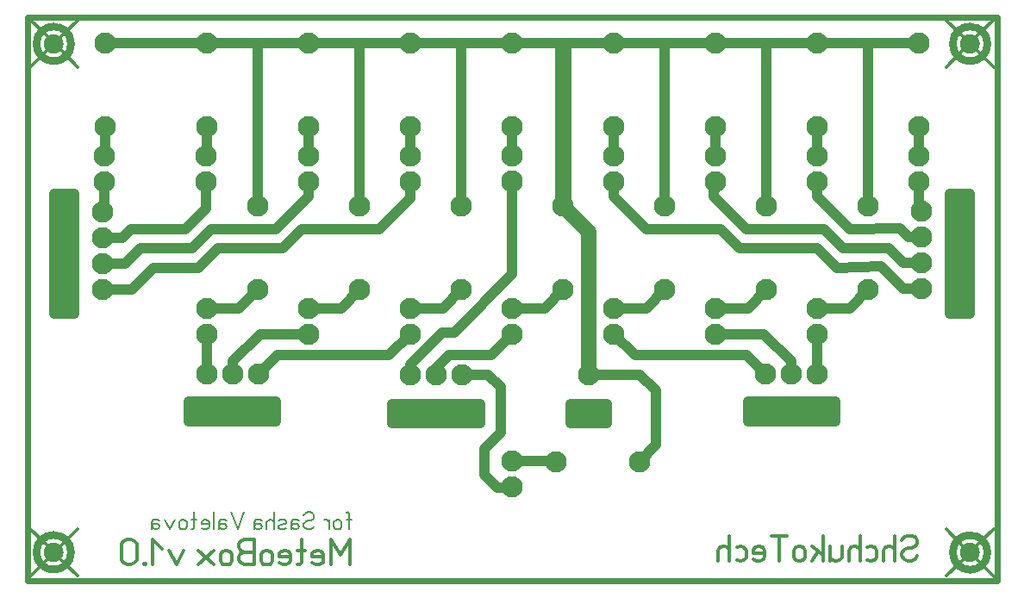
<source format=gbr>
%FSLAX34Y34*%
%MOMM*%
%LNCOPPER_BOTTOM*%
G71*
G01*
%ADD10C, 2.100*%
%ADD11C, 1.000*%
%ADD12C, 1.600*%
%ADD13C, 1.600*%
%ADD14C, 1.500*%
%ADD15C, 0.311*%
%ADD16C, 0.211*%
%ADD17C, 2.100*%
%ADD18C, 0.800*%
%ADD19C, 0.300*%
%ADD20C, 1.900*%
%ADD21C, 0.600*%
%ADD22C, 2.300*%
%LPD*%
X497478Y-153525D02*
G54D10*
D03*
X497478Y-178925D02*
G54D10*
D03*
X597478Y-153525D02*
G54D10*
D03*
X597478Y-178925D02*
G54D10*
D03*
X697478Y-153525D02*
G54D10*
D03*
X697478Y-178925D02*
G54D10*
D03*
X797478Y-153525D02*
G54D10*
D03*
X797478Y-178925D02*
G54D10*
D03*
X897478Y-153525D02*
G54D10*
D03*
X897478Y-178925D02*
G54D10*
D03*
X97628Y-153350D02*
G54D10*
D03*
X97628Y-178750D02*
G54D10*
D03*
X197628Y-153350D02*
G54D10*
D03*
X197628Y-178750D02*
G54D10*
D03*
X297628Y-153350D02*
G54D10*
D03*
X297628Y-178750D02*
G54D10*
D03*
X397628Y-153350D02*
G54D10*
D03*
X397628Y-178750D02*
G54D10*
D03*
X497628Y-153350D02*
G54D10*
D03*
X497628Y-178750D02*
G54D10*
D03*
X497778Y-303175D02*
G54D10*
D03*
X497778Y-328575D02*
G54D10*
D03*
X597778Y-303175D02*
G54D10*
D03*
X597778Y-328575D02*
G54D10*
D03*
X697778Y-303175D02*
G54D10*
D03*
X697778Y-328575D02*
G54D10*
D03*
X797778Y-303175D02*
G54D10*
D03*
X797778Y-328575D02*
G54D10*
D03*
X197778Y-303175D02*
G54D10*
D03*
X197778Y-328575D02*
G54D10*
D03*
X297778Y-303175D02*
G54D10*
D03*
X297778Y-328575D02*
G54D10*
D03*
X397778Y-303175D02*
G54D10*
D03*
X397778Y-328575D02*
G54D10*
D03*
X497778Y-303175D02*
G54D10*
D03*
X497778Y-328575D02*
G54D10*
D03*
X497778Y-153175D02*
G54D10*
D03*
X497778Y-178575D02*
G54D10*
D03*
X497778Y-303175D02*
G54D10*
D03*
X497778Y-328575D02*
G54D10*
D03*
X497778Y-453175D02*
G54D10*
D03*
X497778Y-478575D02*
G54D10*
D03*
G54D11*
X97778Y-43175D02*
X897452Y-43175D01*
X897628Y-43350D01*
X97778Y-43175D02*
G54D10*
D03*
X97778Y-125175D02*
G54D10*
D03*
G54D11*
X97778Y-125175D02*
X97778Y-153200D01*
X97628Y-153350D01*
X197778Y-43175D02*
G54D10*
D03*
X197778Y-125175D02*
G54D10*
D03*
G54D11*
X197778Y-125175D02*
X197778Y-153200D01*
X197628Y-153350D01*
X297778Y-43175D02*
G54D10*
D03*
X297778Y-125175D02*
G54D10*
D03*
G54D11*
X297778Y-125175D02*
X297778Y-153200D01*
X297628Y-153350D01*
X397778Y-43175D02*
G54D10*
D03*
X397778Y-125175D02*
G54D10*
D03*
G54D11*
X397778Y-125175D02*
X397778Y-153200D01*
X397628Y-153350D01*
X497778Y-43175D02*
G54D10*
D03*
X497778Y-125175D02*
G54D10*
D03*
G54D11*
X497778Y-125175D02*
X497778Y-153200D01*
X497628Y-153350D01*
X597778Y-43175D02*
G54D10*
D03*
X597778Y-125175D02*
G54D10*
D03*
G54D11*
X597778Y-125175D02*
X597778Y-153200D01*
X597628Y-153350D01*
X697778Y-43175D02*
G54D10*
D03*
X697778Y-125175D02*
G54D10*
D03*
G54D11*
X697778Y-125175D02*
X697778Y-153200D01*
X697628Y-153350D01*
X797778Y-43175D02*
G54D10*
D03*
X797778Y-125175D02*
G54D10*
D03*
G54D11*
X797778Y-125175D02*
X797778Y-153200D01*
X797628Y-153350D01*
X897778Y-43175D02*
G54D10*
D03*
X897778Y-125175D02*
G54D10*
D03*
G54D11*
X897778Y-125175D02*
X897778Y-153200D01*
X897628Y-153350D01*
G54D11*
X197778Y-303175D02*
X229778Y-303175D01*
X247778Y-285175D01*
X247778Y-203175D02*
G54D10*
D03*
X247778Y-285175D02*
G54D10*
D03*
G54D11*
X297778Y-303175D02*
X329778Y-303175D01*
X347778Y-285175D01*
X347778Y-203175D02*
G54D10*
D03*
X347778Y-285175D02*
G54D10*
D03*
G54D11*
X397778Y-303175D02*
X429778Y-303175D01*
X447778Y-285175D01*
X447778Y-203175D02*
G54D10*
D03*
X447778Y-285175D02*
G54D10*
D03*
G54D11*
X497778Y-303175D02*
X529778Y-303175D01*
X547778Y-285175D01*
X547778Y-203175D02*
G54D10*
D03*
X547778Y-285175D02*
G54D10*
D03*
G54D11*
X597778Y-303175D02*
X629778Y-303175D01*
X647778Y-285175D01*
X647778Y-203175D02*
G54D10*
D03*
X647778Y-285175D02*
G54D10*
D03*
G54D11*
X697778Y-303175D02*
X729778Y-303175D01*
X747778Y-285175D01*
X747778Y-203175D02*
G54D10*
D03*
X747778Y-285175D02*
G54D10*
D03*
G54D11*
X797778Y-303175D02*
X829778Y-303175D01*
X847778Y-285175D01*
X847778Y-203175D02*
G54D10*
D03*
X847778Y-285175D02*
G54D10*
D03*
G54D11*
X247778Y-203175D02*
X247778Y-43175D01*
G54D11*
X347778Y-203175D02*
X347778Y-43175D01*
G54D11*
X447778Y-203175D02*
X447778Y-43175D01*
G54D12*
X547778Y-203175D02*
X547778Y-46350D01*
G54D11*
X647778Y-203175D02*
X647778Y-43175D01*
G54D11*
X747778Y-203175D02*
X747778Y-43175D01*
G54D11*
X847778Y-203175D02*
X847778Y-43175D01*
X95878Y-208575D02*
G54D13*
D03*
X95878Y-233975D02*
G54D13*
D03*
X95878Y-259375D02*
G54D13*
D03*
X95878Y-284775D02*
G54D13*
D03*
G54D11*
X197628Y-178750D02*
X197628Y-204975D01*
X177178Y-225425D01*
X125078Y-225425D01*
G54D11*
X297628Y-178750D02*
X297628Y-193875D01*
X266078Y-225425D01*
X202578Y-225425D01*
X183528Y-244475D01*
X132728Y-244475D01*
X117828Y-259375D01*
X95878Y-259375D01*
G54D11*
X397628Y-178750D02*
X397628Y-195500D01*
X367528Y-225600D01*
X291328Y-225600D01*
X272278Y-244650D01*
X208778Y-244650D01*
X189728Y-263700D01*
X145278Y-263700D01*
X124028Y-284950D01*
X95878Y-284775D01*
G54D11*
X95878Y-233975D02*
X114928Y-233975D01*
X123478Y-225425D01*
X899678Y-208175D02*
G54D13*
D03*
X899678Y-233575D02*
G54D13*
D03*
X899678Y-258975D02*
G54D13*
D03*
X899678Y-284375D02*
G54D13*
D03*
G54D11*
X899678Y-233575D02*
X886978Y-233575D01*
X878428Y-225025D01*
G54D11*
X797478Y-178925D02*
X797778Y-179225D01*
X797778Y-193175D01*
X830028Y-225425D01*
X878428Y-225025D01*
G54D11*
X697478Y-178925D02*
X696278Y-180125D01*
X696278Y-193675D01*
X728028Y-225425D01*
X804228Y-225425D01*
X823278Y-244475D01*
X867728Y-244475D01*
X882228Y-258975D01*
X899678Y-258975D01*
G54D11*
X597478Y-178925D02*
X597852Y-179300D01*
X597852Y-193675D01*
X629602Y-225425D01*
X702628Y-225425D01*
X721678Y-244475D01*
X797878Y-244475D01*
X816928Y-263525D01*
X859778Y-262175D01*
X882228Y-284375D01*
X899678Y-284375D01*
G54D11*
X97628Y-178750D02*
X97628Y-206825D01*
X95878Y-208575D01*
G54D11*
X897478Y-178925D02*
X897478Y-205975D01*
X899678Y-208175D01*
X397935Y-368553D02*
G54D13*
D03*
X423335Y-368553D02*
G54D13*
D03*
X448735Y-368553D02*
G54D13*
D03*
X197802Y-368300D02*
G54D13*
D03*
X223202Y-368300D02*
G54D13*
D03*
X248602Y-368300D02*
G54D13*
D03*
G54D11*
X197778Y-328575D02*
X197802Y-328600D01*
X197802Y-368300D01*
G36*
X380472Y-397128D02*
X380472Y-416178D01*
X466197Y-416178D01*
X466197Y-397128D01*
X380472Y-397128D01*
G37*
G54D11*
X380472Y-397128D02*
X380472Y-416178D01*
X466197Y-416178D01*
X466197Y-397128D01*
X380472Y-397128D01*
G54D11*
X497778Y-178575D02*
X497778Y-269938D01*
X397935Y-406653D02*
G54D13*
D03*
X423335Y-406653D02*
G54D13*
D03*
X448735Y-406653D02*
G54D13*
D03*
X436035Y-406653D02*
G54D13*
D03*
X410635Y-406653D02*
G54D13*
D03*
X416985Y-406653D02*
G54D13*
D03*
X404285Y-406653D02*
G54D13*
D03*
X429685Y-406653D02*
G54D13*
D03*
X391585Y-406653D02*
G54D13*
D03*
X442385Y-406653D02*
G54D13*
D03*
X455085Y-406653D02*
G54D13*
D03*
G36*
X180340Y-395288D02*
X180340Y-414338D01*
X266065Y-414338D01*
X266065Y-395288D01*
X180340Y-395288D01*
G37*
G54D11*
X180340Y-395288D02*
X180340Y-414338D01*
X266065Y-414338D01*
X266065Y-395288D01*
X180340Y-395288D01*
X197803Y-404812D02*
G54D13*
D03*
X223202Y-404812D02*
G54D13*
D03*
X248602Y-404812D02*
G54D13*
D03*
X235902Y-404812D02*
G54D13*
D03*
X210503Y-404812D02*
G54D13*
D03*
X216852Y-404812D02*
G54D13*
D03*
X204152Y-404812D02*
G54D13*
D03*
X229552Y-404812D02*
G54D13*
D03*
X191452Y-404812D02*
G54D13*
D03*
X242252Y-404812D02*
G54D13*
D03*
X254952Y-404812D02*
G54D13*
D03*
G36*
X67628Y-190818D02*
X48578Y-190818D01*
X48578Y-276542D01*
X67628Y-276542D01*
X67628Y-190818D01*
G37*
G54D11*
X67628Y-190818D02*
X48578Y-190818D01*
X48578Y-276542D01*
X67628Y-276542D01*
X67628Y-190818D01*
X58102Y-208280D02*
G54D13*
D03*
X58102Y-233680D02*
G54D13*
D03*
X58102Y-259080D02*
G54D13*
D03*
X58102Y-246380D02*
G54D13*
D03*
X58102Y-220980D02*
G54D13*
D03*
X58102Y-227330D02*
G54D13*
D03*
X58102Y-214630D02*
G54D13*
D03*
X58102Y-240030D02*
G54D13*
D03*
X58102Y-201930D02*
G54D13*
D03*
X58102Y-252730D02*
G54D13*
D03*
X58102Y-265430D02*
G54D13*
D03*
G36*
X67628Y-222568D02*
X48578Y-222568D01*
X48578Y-308292D01*
X67628Y-308292D01*
X67628Y-222568D01*
G37*
G54D11*
X67628Y-222568D02*
X48578Y-222568D01*
X48578Y-308292D01*
X67628Y-308292D01*
X67628Y-222568D01*
X58102Y-240030D02*
G54D13*
D03*
X58102Y-265430D02*
G54D13*
D03*
X58102Y-290830D02*
G54D13*
D03*
X58102Y-278130D02*
G54D13*
D03*
X58102Y-252730D02*
G54D13*
D03*
X58102Y-259080D02*
G54D13*
D03*
X58102Y-246380D02*
G54D13*
D03*
X58102Y-271780D02*
G54D13*
D03*
X58102Y-233680D02*
G54D13*
D03*
X58102Y-284480D02*
G54D13*
D03*
X58102Y-297180D02*
G54D13*
D03*
G36*
X947102Y-190818D02*
X928052Y-190818D01*
X928052Y-276542D01*
X947102Y-276542D01*
X947102Y-190818D01*
G37*
G54D11*
X947102Y-190818D02*
X928052Y-190818D01*
X928052Y-276542D01*
X947102Y-276542D01*
X947102Y-190818D01*
X937578Y-208280D02*
G54D13*
D03*
X937578Y-233680D02*
G54D13*
D03*
X937578Y-259080D02*
G54D13*
D03*
X937578Y-246380D02*
G54D13*
D03*
X937578Y-220980D02*
G54D13*
D03*
X937578Y-227330D02*
G54D13*
D03*
X937578Y-214630D02*
G54D13*
D03*
X937578Y-240030D02*
G54D13*
D03*
X937578Y-201930D02*
G54D13*
D03*
X937578Y-252730D02*
G54D13*
D03*
X937578Y-265430D02*
G54D13*
D03*
G36*
X947102Y-222568D02*
X928052Y-222568D01*
X928052Y-308292D01*
X947102Y-308292D01*
X947102Y-222568D01*
G37*
G54D11*
X947102Y-222568D02*
X928052Y-222568D01*
X928052Y-308292D01*
X947102Y-308292D01*
X947102Y-222568D01*
X937578Y-240030D02*
G54D13*
D03*
X937578Y-265430D02*
G54D13*
D03*
X937578Y-290830D02*
G54D13*
D03*
X937578Y-278130D02*
G54D13*
D03*
X937578Y-252730D02*
G54D13*
D03*
X937578Y-259080D02*
G54D13*
D03*
X937578Y-246380D02*
G54D13*
D03*
X937578Y-271780D02*
G54D13*
D03*
X937578Y-233680D02*
G54D13*
D03*
X937578Y-284480D02*
G54D13*
D03*
X937578Y-297180D02*
G54D13*
D03*
G54D11*
X223202Y-368300D02*
X223202Y-355600D01*
X250228Y-328575D01*
X297778Y-328575D01*
G54D11*
X248602Y-368300D02*
X267652Y-349250D01*
X377102Y-349250D01*
X397778Y-328575D01*
X797752Y-368300D02*
G54D13*
D03*
X772352Y-368300D02*
G54D13*
D03*
X746952Y-368300D02*
G54D13*
D03*
G54D11*
X797778Y-328575D02*
X797752Y-328600D01*
X797752Y-368300D01*
G36*
X815215Y-395288D02*
X815215Y-414338D01*
X729490Y-414338D01*
X729490Y-395288D01*
X815215Y-395288D01*
G37*
G54D11*
X815215Y-395288D02*
X815215Y-414338D01*
X729490Y-414338D01*
X729490Y-395288D01*
X815215Y-395288D01*
X797752Y-404812D02*
G54D13*
D03*
X772352Y-404812D02*
G54D13*
D03*
X746952Y-404812D02*
G54D13*
D03*
X759652Y-404812D02*
G54D13*
D03*
X785052Y-404812D02*
G54D13*
D03*
X778702Y-404812D02*
G54D13*
D03*
X791402Y-404812D02*
G54D13*
D03*
X766002Y-404812D02*
G54D13*
D03*
X804102Y-404812D02*
G54D13*
D03*
X753302Y-404812D02*
G54D13*
D03*
X740602Y-404812D02*
G54D13*
D03*
G54D11*
X772352Y-368300D02*
X772352Y-355600D01*
X745328Y-328575D01*
X697778Y-328575D01*
G54D11*
X746952Y-368300D02*
X727902Y-349250D01*
X618452Y-349250D01*
X597778Y-328575D01*
G54D11*
X448735Y-368553D02*
X474281Y-368553D01*
X486728Y-381000D01*
X486728Y-425450D01*
X470852Y-441325D01*
X470852Y-466725D01*
X483552Y-479425D01*
X496928Y-479425D01*
X497778Y-478575D01*
G54D11*
X423335Y-368553D02*
X423335Y-361843D01*
X435928Y-349250D01*
X477102Y-349250D01*
X497778Y-328575D01*
G54D11*
X397935Y-368553D02*
X397935Y-358668D01*
X429578Y-327025D01*
X440690Y-327025D01*
X497778Y-269938D01*
X622702Y-454025D02*
G54D10*
D03*
X540702Y-454025D02*
G54D10*
D03*
G54D11*
X497778Y-453175D02*
X539852Y-453175D01*
X540702Y-454025D01*
G54D14*
X572877Y-368553D02*
X572877Y-228275D01*
X547778Y-203175D01*
G54D11*
X572877Y-368553D02*
X623506Y-368553D01*
X639128Y-384175D01*
X639128Y-437600D01*
X622702Y-454025D01*
G54D15*
X895674Y-546894D02*
X893807Y-550006D01*
X890074Y-551561D01*
X886340Y-551561D01*
X882607Y-550006D01*
X880740Y-546894D01*
X880740Y-543783D01*
X882607Y-540672D01*
X886340Y-539116D01*
X890074Y-539116D01*
X893807Y-537561D01*
X895674Y-534450D01*
X895674Y-531339D01*
X893807Y-528228D01*
X890074Y-526672D01*
X886340Y-526672D01*
X882607Y-528228D01*
X880740Y-531339D01*
G54D15*
X873896Y-551561D02*
X873896Y-526672D01*
G54D15*
X873896Y-541606D02*
X872030Y-538494D01*
X868296Y-537561D01*
X864563Y-538494D01*
X862696Y-541606D01*
X862696Y-551561D01*
G54D15*
X846519Y-538494D02*
X850252Y-537561D01*
X853986Y-538494D01*
X855852Y-541606D01*
X855852Y-547828D01*
X853986Y-550939D01*
X850252Y-551561D01*
X846519Y-550939D01*
G54D15*
X839676Y-551561D02*
X839676Y-526672D01*
G54D15*
X839676Y-541606D02*
X837809Y-538494D01*
X834076Y-537561D01*
X830342Y-538494D01*
X828476Y-541606D01*
X828476Y-551561D01*
G54D15*
X810432Y-537561D02*
X810432Y-551561D01*
G54D15*
X810432Y-548450D02*
X812298Y-550939D01*
X816032Y-551561D01*
X819765Y-550939D01*
X821632Y-548450D01*
X821632Y-537561D01*
G54D15*
X803588Y-551561D02*
X803588Y-526672D01*
G54D15*
X797988Y-542228D02*
X792388Y-551561D01*
G54D15*
X803588Y-545339D02*
X792388Y-537561D01*
G54D15*
X774344Y-547828D02*
X774344Y-541606D01*
X776210Y-538494D01*
X779944Y-537561D01*
X783677Y-538494D01*
X785544Y-541606D01*
X785544Y-547828D01*
X783677Y-550939D01*
X779944Y-551561D01*
X776210Y-550939D01*
X774344Y-547828D01*
G54D15*
X760033Y-551561D02*
X760033Y-526672D01*
G54D15*
X767500Y-526672D02*
X752566Y-526672D01*
G54D15*
X734522Y-550006D02*
X737509Y-551561D01*
X741242Y-551561D01*
X744976Y-550006D01*
X745722Y-546894D01*
X745722Y-541606D01*
X743856Y-538494D01*
X740122Y-537561D01*
X736389Y-538494D01*
X734522Y-540672D01*
X734522Y-543783D01*
X745722Y-543783D01*
G54D15*
X718345Y-538494D02*
X722078Y-537561D01*
X725812Y-538494D01*
X727678Y-541606D01*
X727678Y-547828D01*
X725812Y-550939D01*
X722078Y-551561D01*
X718345Y-550939D01*
G54D15*
X711502Y-551561D02*
X711502Y-526672D01*
G54D15*
X711502Y-541606D02*
X709635Y-538494D01*
X705902Y-537561D01*
X702168Y-538494D01*
X700302Y-541606D01*
X700302Y-551561D01*
G54D16*
X337389Y-520514D02*
X337389Y-504680D01*
X336123Y-503625D01*
X334856Y-504258D01*
G54D16*
X339923Y-511014D02*
X334856Y-511014D01*
G54D16*
X322612Y-517980D02*
X322612Y-513758D01*
X323878Y-511647D01*
X326412Y-511014D01*
X328945Y-511647D01*
X330212Y-513758D01*
X330212Y-517980D01*
X328945Y-520091D01*
X326412Y-520514D01*
X323878Y-520091D01*
X322612Y-517980D01*
G54D16*
X317968Y-520514D02*
X317968Y-511014D01*
G54D16*
X317968Y-513125D02*
X315434Y-511014D01*
X312901Y-511014D01*
G54D16*
X303360Y-517347D02*
X302093Y-519458D01*
X299560Y-520514D01*
X297026Y-520514D01*
X294493Y-519458D01*
X293226Y-517347D01*
X293226Y-515236D01*
X294493Y-513125D01*
X297026Y-512069D01*
X299560Y-512069D01*
X302093Y-511014D01*
X303360Y-508902D01*
X303360Y-506791D01*
X302093Y-504680D01*
X299560Y-503625D01*
X297026Y-503625D01*
X294493Y-504680D01*
X293226Y-506791D01*
G54D16*
X288583Y-512069D02*
X286049Y-511014D01*
X283009Y-511014D01*
X280983Y-513125D01*
X280983Y-520514D01*
G54D16*
X280983Y-517347D02*
X282249Y-515236D01*
X284783Y-514814D01*
X287316Y-515236D01*
X288583Y-517347D01*
X288076Y-519458D01*
X286049Y-520514D01*
X284783Y-520514D01*
X284276Y-520514D01*
X282250Y-519458D01*
X280983Y-517347D01*
G54D16*
X276339Y-519458D02*
X273805Y-520514D01*
X271272Y-520514D01*
X268739Y-519458D01*
X268739Y-517347D01*
X270005Y-516291D01*
X275072Y-515236D01*
X276339Y-514180D01*
X276339Y-512069D01*
X273805Y-511014D01*
X271272Y-511014D01*
X268739Y-512069D01*
G54D16*
X264095Y-520514D02*
X264095Y-503625D01*
G54D16*
X264095Y-513758D02*
X262828Y-511647D01*
X260295Y-511014D01*
X257761Y-511647D01*
X256495Y-513758D01*
X256495Y-520514D01*
G54D16*
X251851Y-512069D02*
X249317Y-511014D01*
X246277Y-511014D01*
X244251Y-513125D01*
X244251Y-520514D01*
G54D16*
X244251Y-517347D02*
X245517Y-515236D01*
X248051Y-514814D01*
X250584Y-515236D01*
X251851Y-517347D01*
X251344Y-519458D01*
X249317Y-520514D01*
X248051Y-520514D01*
X247544Y-520514D01*
X245517Y-519458D01*
X244251Y-517347D01*
G54D16*
X234710Y-503625D02*
X228376Y-520514D01*
X222043Y-503625D01*
G54D16*
X217399Y-512069D02*
X214865Y-511014D01*
X211825Y-511014D01*
X209799Y-513125D01*
X209799Y-520514D01*
G54D16*
X209799Y-517347D02*
X211065Y-515236D01*
X213599Y-514814D01*
X216132Y-515236D01*
X217399Y-517347D01*
X216892Y-519458D01*
X214865Y-520514D01*
X213599Y-520514D01*
X213092Y-520514D01*
X211065Y-519458D01*
X209799Y-517347D01*
G54D16*
X205155Y-520514D02*
X205155Y-503625D01*
G54D16*
X192911Y-519458D02*
X194937Y-520514D01*
X197471Y-520514D01*
X200004Y-519458D01*
X200511Y-517347D01*
X200511Y-513758D01*
X199244Y-511647D01*
X196711Y-511014D01*
X194177Y-511647D01*
X192911Y-513125D01*
X192911Y-515236D01*
X200511Y-515236D01*
G54D16*
X185733Y-503625D02*
X185733Y-519458D01*
X184467Y-520514D01*
X183200Y-520092D01*
G54D16*
X188267Y-511014D02*
X183200Y-511014D01*
G54D16*
X170956Y-517980D02*
X170956Y-513758D01*
X172222Y-511647D01*
X174756Y-511014D01*
X177289Y-511647D01*
X178556Y-513758D01*
X178556Y-517980D01*
X177289Y-520092D01*
X174756Y-520514D01*
X172222Y-520092D01*
X170956Y-517980D01*
G54D16*
X166312Y-511014D02*
X161245Y-520514D01*
X156178Y-511014D01*
G54D16*
X151535Y-512069D02*
X149001Y-511014D01*
X145961Y-511014D01*
X143935Y-513125D01*
X143935Y-520514D01*
G54D16*
X143935Y-517347D02*
X145201Y-515236D01*
X147735Y-514814D01*
X150268Y-515236D01*
X151535Y-517347D01*
X151028Y-519458D01*
X149001Y-520514D01*
X147735Y-520514D01*
X147228Y-520514D01*
X145201Y-519458D01*
X143935Y-517347D01*
G54D15*
X338268Y-555222D02*
X338268Y-530333D01*
X328935Y-545888D01*
X319602Y-530333D01*
X319602Y-555222D01*
G54D15*
X301557Y-553666D02*
X304544Y-555222D01*
X308277Y-555222D01*
X312011Y-553666D01*
X312757Y-550555D01*
X312757Y-545266D01*
X310891Y-542155D01*
X307157Y-541222D01*
X303424Y-542155D01*
X301557Y-544333D01*
X301557Y-547444D01*
X312757Y-547444D01*
G54D15*
X290980Y-530333D02*
X290980Y-553666D01*
X289113Y-555222D01*
X287247Y-554599D01*
G54D15*
X294713Y-541222D02*
X287247Y-541222D01*
G54D15*
X269202Y-553666D02*
X272189Y-555222D01*
X275922Y-555222D01*
X279656Y-553666D01*
X280402Y-550555D01*
X280402Y-545266D01*
X278536Y-542155D01*
X274802Y-541222D01*
X271069Y-542155D01*
X269202Y-544333D01*
X269202Y-547444D01*
X280402Y-547444D01*
G54D15*
X251158Y-551488D02*
X251158Y-545266D01*
X253025Y-542155D01*
X256758Y-541222D01*
X260492Y-542155D01*
X262358Y-545266D01*
X262358Y-551488D01*
X260492Y-554599D01*
X256758Y-555222D01*
X253025Y-554599D01*
X251158Y-551488D01*
G54D15*
X244314Y-555222D02*
X244314Y-530333D01*
X234981Y-530333D01*
X231248Y-531888D01*
X229381Y-534999D01*
X229381Y-538110D01*
X231248Y-541222D01*
X234981Y-542777D01*
X231248Y-544333D01*
X229381Y-547444D01*
X229381Y-550555D01*
X231248Y-553666D01*
X234981Y-555222D01*
X244314Y-555222D01*
G54D15*
X244314Y-542777D02*
X234981Y-542777D01*
G54D15*
X211337Y-551488D02*
X211337Y-545266D01*
X213204Y-542155D01*
X216937Y-541222D01*
X220671Y-542155D01*
X222537Y-545266D01*
X222537Y-551488D01*
X220671Y-554599D01*
X216937Y-555222D01*
X213204Y-554599D01*
X211337Y-551488D01*
G54D15*
X204493Y-541222D02*
X189560Y-555222D01*
G54D15*
X204493Y-555222D02*
X189560Y-541222D01*
G54D15*
X175499Y-541222D02*
X168033Y-555222D01*
X160566Y-541222D01*
G54D15*
X153722Y-539666D02*
X144389Y-530333D01*
X144389Y-555222D01*
G54D15*
X136052Y-555222D02*
X137545Y-555222D01*
X137545Y-553977D01*
X136052Y-553977D01*
X136052Y-555222D01*
X137545Y-555222D01*
G54D15*
X114275Y-534999D02*
X114275Y-550555D01*
X116142Y-553666D01*
X119875Y-555222D01*
X123608Y-555222D01*
X127342Y-553666D01*
X129208Y-550555D01*
X129208Y-534999D01*
X127342Y-531888D01*
X123608Y-530333D01*
X119875Y-530333D01*
X116142Y-531888D01*
X114275Y-534999D01*
X397935Y-368553D02*
G54D17*
D03*
X423335Y-368553D02*
G54D17*
D03*
X448735Y-368553D02*
G54D17*
D03*
X746952Y-368300D02*
G54D17*
D03*
X772352Y-368300D02*
G54D17*
D03*
X797752Y-368300D02*
G54D17*
D03*
X197802Y-368300D02*
G54D17*
D03*
X223202Y-368300D02*
G54D17*
D03*
X248602Y-368300D02*
G54D17*
D03*
X899678Y-284375D02*
G54D17*
D03*
X899678Y-258975D02*
G54D17*
D03*
X899678Y-233575D02*
G54D17*
D03*
X899678Y-208175D02*
G54D17*
D03*
X95878Y-284775D02*
G54D17*
D03*
X95878Y-259375D02*
G54D17*
D03*
X95878Y-233975D02*
G54D17*
D03*
X95878Y-208575D02*
G54D17*
D03*
X572877Y-368553D02*
G54D17*
D03*
G54D18*
G75*
G01X64648Y-543096D02*
G03X64648Y-543096I-17000J0D01*
G01*
G54D19*
G75*
G01X55548Y-543096D02*
G03X55548Y-543096I-7900J0D01*
G01*
G54D19*
X42036Y-537483D02*
X24636Y-520084D01*
G54D19*
X70660Y-566108D02*
X53261Y-548709D01*
G54D19*
X24546Y-566731D02*
X41946Y-549332D01*
G54D19*
X53732Y-537545D02*
X71131Y-520146D01*
G54D18*
G75*
G01X964737Y-543243D02*
G03X964737Y-543243I-17000J0D01*
G01*
G54D19*
G75*
G01X955637Y-543243D02*
G03X955637Y-543243I-7900J0D01*
G01*
G54D19*
X953350Y-537630D02*
X970749Y-520230D01*
G54D19*
X924726Y-566254D02*
X942125Y-548855D01*
G54D19*
X970839Y-566878D02*
X953440Y-549478D01*
G54D19*
X941653Y-537692D02*
X924254Y-520292D01*
G54D18*
G75*
G01X64625Y-43497D02*
G03X64625Y-43497I-17000J0D01*
G01*
G54D19*
G75*
G01X55525Y-43497D02*
G03X55525Y-43497I-7900J0D01*
G01*
G54D19*
X42013Y-49110D02*
X24613Y-66509D01*
G54D19*
X70637Y-20485D02*
X53238Y-37884D01*
G54D19*
X24523Y-19862D02*
X41923Y-37261D01*
G54D19*
X53709Y-49048D02*
X71108Y-66447D01*
G54D18*
G75*
G01X964738Y-43498D02*
G03X964738Y-43498I-17000J0D01*
G01*
G54D19*
G75*
G01X955638Y-43498D02*
G03X955638Y-43498I-7900J0D01*
G01*
G54D19*
X953350Y-49110D02*
X970749Y-66509D01*
G54D19*
X924726Y-20485D02*
X942125Y-37885D01*
G54D19*
X970839Y-19862D02*
X953440Y-37262D01*
G54D19*
X941653Y-49048D02*
X924254Y-66447D01*
X47625Y-43498D02*
G54D20*
D03*
X947738Y-43497D02*
G54D20*
D03*
X947738Y-543242D02*
G54D20*
D03*
X47625Y-543242D02*
G54D20*
D03*
G54D21*
X974209Y-17177D02*
X974209Y-570981D01*
X974167Y-571023D01*
X21825Y-571023D01*
X21825Y-17179D01*
X974209Y-17177D01*
G36*
X555732Y-397128D02*
X555732Y-416178D01*
X590657Y-416178D01*
X590657Y-397128D01*
X555732Y-397128D01*
G37*
G54D11*
X555732Y-397128D02*
X555732Y-416178D01*
X590657Y-416178D01*
X590657Y-397128D01*
X555732Y-397128D01*
X578956Y-406702D02*
G54D22*
D03*
X572606Y-406702D02*
G54D22*
D03*
X566256Y-406702D02*
G54D22*
D03*
M02*

</source>
